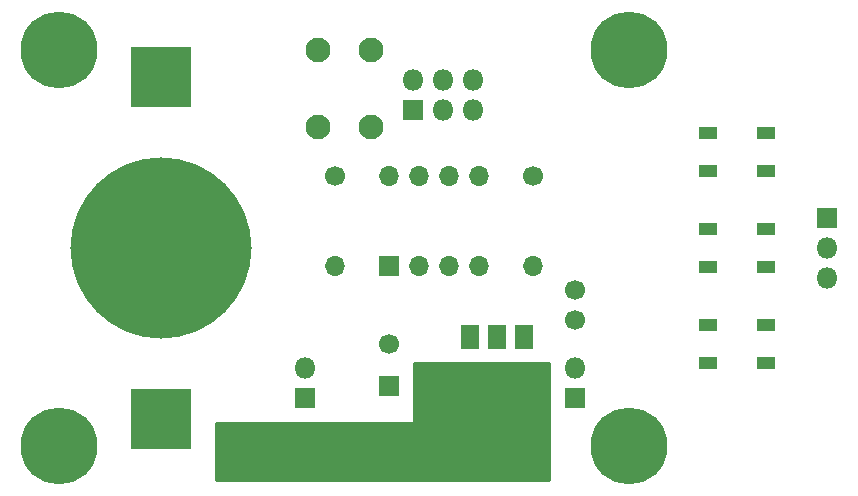
<source format=gts>
G04 #@! TF.GenerationSoftware,KiCad,Pcbnew,5.1.6-c6e7f7d~87~ubuntu20.04.1*
G04 #@! TF.CreationDate,2020-07-30T22:17:07+05:30*
G04 #@! TF.ProjectId,tiny_blinky,74696e79-5f62-46c6-996e-6b792e6b6963,rev1*
G04 #@! TF.SameCoordinates,Original*
G04 #@! TF.FileFunction,Soldermask,Top*
G04 #@! TF.FilePolarity,Negative*
%FSLAX46Y46*%
G04 Gerber Fmt 4.6, Leading zero omitted, Abs format (unit mm)*
G04 Created by KiCad (PCBNEW 5.1.6-c6e7f7d~87~ubuntu20.04.1) date 2020-07-30 22:17:07*
%MOMM*%
%LPD*%
G01*
G04 APERTURE LIST*
%ADD10R,5.200000X5.200000*%
%ADD11C,15.340000*%
%ADD12C,2.100000*%
%ADD13R,1.700000X1.700000*%
%ADD14C,1.700000*%
%ADD15R,1.600000X1.100000*%
%ADD16C,6.500000*%
%ADD17C,0.900000*%
%ADD18R,1.800000X1.800000*%
%ADD19O,1.800000X1.800000*%
%ADD20O,1.700000X1.700000*%
%ADD21R,3.900000X2.100000*%
%ADD22R,1.600000X2.100000*%
%ADD23C,0.254000*%
G04 APERTURE END LIST*
D10*
X52832000Y-36334700D03*
X52832000Y-65265300D03*
D11*
X52832000Y-50800000D03*
D12*
X70612000Y-40536000D03*
X66112000Y-40536000D03*
X70612000Y-34036000D03*
X66112000Y-34036000D03*
D13*
X72136000Y-62484000D03*
D14*
X72136000Y-58984000D03*
X87884000Y-56896000D03*
X87884000Y-54396000D03*
D15*
X104050000Y-44272000D03*
X104050000Y-41072000D03*
X99150000Y-44272000D03*
X99150000Y-41072000D03*
X104050000Y-52400000D03*
X104050000Y-49200000D03*
X99150000Y-52400000D03*
X99150000Y-49200000D03*
X99150000Y-57328000D03*
X99150000Y-60528000D03*
X104050000Y-57328000D03*
X104050000Y-60528000D03*
D16*
X92456000Y-67564000D03*
D17*
X94856000Y-67564000D03*
X94153056Y-69261056D03*
X92456000Y-69964000D03*
X90758944Y-69261056D03*
X90056000Y-67564000D03*
X90758944Y-65866944D03*
X92456000Y-65164000D03*
X94153056Y-65866944D03*
X94153056Y-32338944D03*
X92456000Y-31636000D03*
X90758944Y-32338944D03*
X90056000Y-34036000D03*
X90758944Y-35733056D03*
X92456000Y-36436000D03*
X94153056Y-35733056D03*
X94856000Y-34036000D03*
D16*
X92456000Y-34036000D03*
X44196000Y-34036000D03*
D17*
X46596000Y-34036000D03*
X45893056Y-35733056D03*
X44196000Y-36436000D03*
X42498944Y-35733056D03*
X41796000Y-34036000D03*
X42498944Y-32338944D03*
X44196000Y-31636000D03*
X45893056Y-32338944D03*
X45893056Y-65866944D03*
X44196000Y-65164000D03*
X42498944Y-65866944D03*
X41796000Y-67564000D03*
X42498944Y-69261056D03*
X44196000Y-69964000D03*
X45893056Y-69261056D03*
X46596000Y-67564000D03*
D16*
X44196000Y-67564000D03*
D18*
X109220000Y-48260000D03*
D19*
X109220000Y-50800000D03*
X109220000Y-53340000D03*
D18*
X74168000Y-39116000D03*
D19*
X74168000Y-36576000D03*
X76708000Y-39116000D03*
X76708000Y-36576000D03*
X79248000Y-39116000D03*
X79248000Y-36576000D03*
X65024000Y-60960000D03*
D18*
X65024000Y-63500000D03*
X87884000Y-63500000D03*
D19*
X87884000Y-60960000D03*
D14*
X84328000Y-44704000D03*
D20*
X84328000Y-52324000D03*
X67564000Y-52324000D03*
D14*
X67564000Y-44704000D03*
D13*
X72136000Y-52324000D03*
D20*
X79756000Y-44704000D03*
X74676000Y-52324000D03*
X77216000Y-44704000D03*
X77216000Y-52324000D03*
X74676000Y-44704000D03*
X79756000Y-52324000D03*
X72136000Y-44704000D03*
D21*
X81280000Y-64618000D03*
D22*
X81280000Y-58318000D03*
X78980000Y-58318000D03*
X83580000Y-58318000D03*
D23*
G36*
X85725000Y-70485000D02*
G01*
X57531000Y-70485000D01*
X57531000Y-65659000D01*
X74168000Y-65659000D01*
X74192776Y-65656560D01*
X74216601Y-65649333D01*
X74238557Y-65637597D01*
X74257803Y-65621803D01*
X74273597Y-65602557D01*
X74285333Y-65580601D01*
X74292560Y-65556776D01*
X74295000Y-65532000D01*
X74295000Y-60579000D01*
X85725000Y-60579000D01*
X85725000Y-70485000D01*
G37*
X85725000Y-70485000D02*
X57531000Y-70485000D01*
X57531000Y-65659000D01*
X74168000Y-65659000D01*
X74192776Y-65656560D01*
X74216601Y-65649333D01*
X74238557Y-65637597D01*
X74257803Y-65621803D01*
X74273597Y-65602557D01*
X74285333Y-65580601D01*
X74292560Y-65556776D01*
X74295000Y-65532000D01*
X74295000Y-60579000D01*
X85725000Y-60579000D01*
X85725000Y-70485000D01*
M02*

</source>
